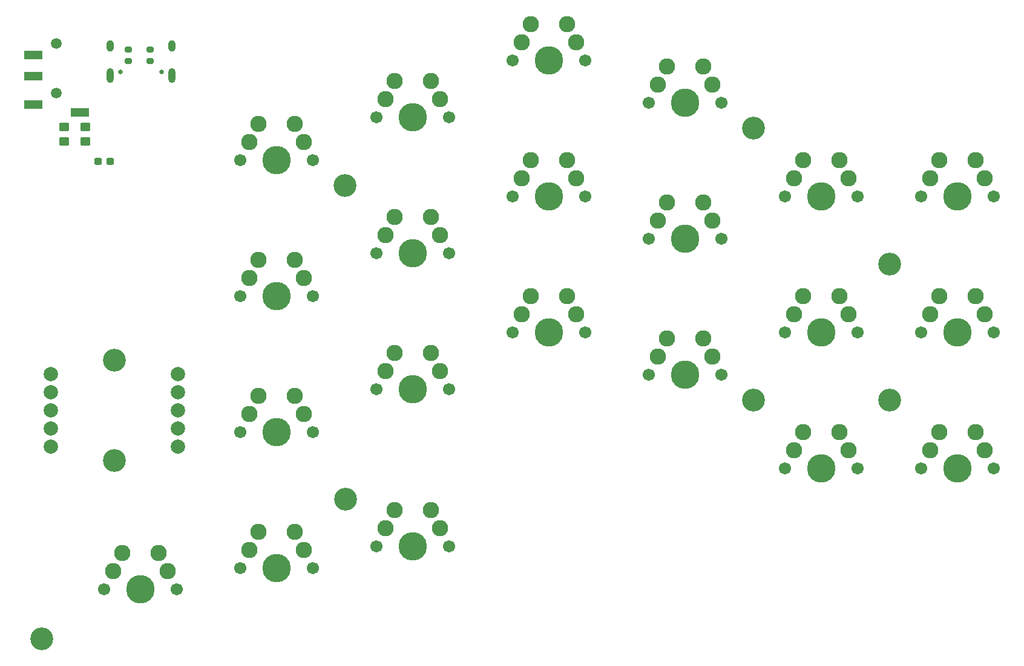
<source format=gbr>
%TF.GenerationSoftware,KiCad,Pcbnew,(6.0.4)*%
%TF.CreationDate,2022-05-02T18:01:09+08:00*%
%TF.ProjectId,RP2040 Board V1.0,52503230-3430-4204-926f-617264205631,rev?*%
%TF.SameCoordinates,Original*%
%TF.FileFunction,Soldermask,Bot*%
%TF.FilePolarity,Negative*%
%FSLAX46Y46*%
G04 Gerber Fmt 4.6, Leading zero omitted, Abs format (unit mm)*
G04 Created by KiCad (PCBNEW (6.0.4)) date 2022-05-02 18:01:09*
%MOMM*%
%LPD*%
G01*
G04 APERTURE LIST*
G04 Aperture macros list*
%AMRoundRect*
0 Rectangle with rounded corners*
0 $1 Rounding radius*
0 $2 $3 $4 $5 $6 $7 $8 $9 X,Y pos of 4 corners*
0 Add a 4 corners polygon primitive as box body*
4,1,4,$2,$3,$4,$5,$6,$7,$8,$9,$2,$3,0*
0 Add four circle primitives for the rounded corners*
1,1,$1+$1,$2,$3*
1,1,$1+$1,$4,$5*
1,1,$1+$1,$6,$7*
1,1,$1+$1,$8,$9*
0 Add four rect primitives between the rounded corners*
20,1,$1+$1,$2,$3,$4,$5,0*
20,1,$1+$1,$4,$5,$6,$7,0*
20,1,$1+$1,$6,$7,$8,$9,0*
20,1,$1+$1,$8,$9,$2,$3,0*%
G04 Aperture macros list end*
%ADD10C,1.701800*%
%ADD11C,3.987800*%
%ADD12C,2.286000*%
%ADD13C,3.200000*%
%ADD14C,2.000000*%
%ADD15C,1.500000*%
%ADD16C,0.650000*%
%ADD17O,1.000000X1.600000*%
%ADD18O,1.000000X2.100000*%
%ADD19RoundRect,0.250000X-0.450000X0.350000X-0.450000X-0.350000X0.450000X-0.350000X0.450000X0.350000X0*%
%ADD20RoundRect,0.237500X0.300000X0.237500X-0.300000X0.237500X-0.300000X-0.237500X0.300000X-0.237500X0*%
%ADD21RoundRect,0.200000X-0.275000X0.200000X-0.275000X-0.200000X0.275000X-0.200000X0.275000X0.200000X0*%
%ADD22R,2.500000X1.200000*%
G04 APERTURE END LIST*
D10*
%TO.C,Sw14*%
X103970000Y-106000000D03*
D11*
X109050000Y-106000000D03*
D10*
X114130000Y-106000000D03*
D12*
X105240000Y-103460000D03*
X106510000Y-100920000D03*
X111590000Y-100920000D03*
X112860000Y-103460000D03*
%TD*%
D10*
%TO.C,Sw7*%
X65870000Y-127050000D03*
X76030000Y-127050000D03*
D11*
X70950000Y-127050000D03*
D12*
X68410000Y-121970000D03*
X67140000Y-124510000D03*
X74760000Y-124510000D03*
X73490000Y-121970000D03*
%TD*%
D11*
%TO.C,Sw3*%
X70950000Y-149100000D03*
D10*
X76030000Y-149100000D03*
X65870000Y-149100000D03*
D12*
X68410000Y-144020000D03*
X67140000Y-146560000D03*
X74760000Y-146560000D03*
X73490000Y-144020000D03*
%TD*%
D11*
%TO.C,Sw6*%
X51900000Y-94950000D03*
D10*
X46820000Y-94950000D03*
X56980000Y-94950000D03*
D12*
X49360000Y-89870000D03*
X48090000Y-92410000D03*
X54440000Y-89870000D03*
X55710000Y-92410000D03*
%TD*%
D11*
%TO.C,Sw12*%
X90000000Y-80950000D03*
D10*
X95080000Y-80950000D03*
X84920000Y-80950000D03*
D12*
X87460000Y-75870000D03*
X86190000Y-78410000D03*
X93810000Y-78410000D03*
X92540000Y-75870000D03*
%TD*%
D10*
%TO.C,Sw17*%
X123020000Y-119050000D03*
X133180000Y-119050000D03*
D11*
X128100000Y-119050000D03*
D12*
X124290000Y-116510000D03*
X125560000Y-113970000D03*
X131910000Y-116510000D03*
X130640000Y-113970000D03*
%TD*%
D10*
%TO.C,Sw8*%
X65870000Y-108000000D03*
X76030000Y-108000000D03*
D11*
X70950000Y-108000000D03*
D12*
X67140000Y-105460000D03*
X68410000Y-102920000D03*
X73490000Y-102920000D03*
X74760000Y-105460000D03*
%TD*%
D13*
%TO.C,*%
X29210000Y-123000000D03*
%TD*%
D11*
%TO.C,Sw9*%
X70950000Y-88950000D03*
D10*
X65870000Y-88950000D03*
X76030000Y-88950000D03*
D12*
X68410000Y-83870000D03*
X67140000Y-86410000D03*
X73490000Y-83870000D03*
X74760000Y-86410000D03*
%TD*%
D11*
%TO.C,Sw20*%
X147150000Y-119050000D03*
D10*
X142070000Y-119050000D03*
X152230000Y-119050000D03*
D12*
X143340000Y-116510000D03*
X144610000Y-113970000D03*
X150960000Y-116510000D03*
X149690000Y-113970000D03*
%TD*%
D14*
%TO.C,J4*%
X38100000Y-124920000D03*
X38100000Y-127460000D03*
X38100000Y-130000000D03*
X38100000Y-132540000D03*
X38100000Y-135080000D03*
%TD*%
D10*
%TO.C,Sw21*%
X152230000Y-100000000D03*
D11*
X147150000Y-100000000D03*
D10*
X142070000Y-100000000D03*
D12*
X143340000Y-97460000D03*
X144610000Y-94920000D03*
X150960000Y-97460000D03*
X149690000Y-94920000D03*
%TD*%
D13*
%TO.C,*%
X137625000Y-109525000D03*
%TD*%
D11*
%TO.C,Sw11*%
X90000000Y-100000000D03*
D10*
X84920000Y-100000000D03*
X95080000Y-100000000D03*
D12*
X86190000Y-97460000D03*
X87460000Y-94920000D03*
X92540000Y-94920000D03*
X93810000Y-97460000D03*
%TD*%
D13*
%TO.C,*%
X61507800Y-142479400D03*
%TD*%
D10*
%TO.C,Sw2*%
X46820000Y-152100000D03*
X56980000Y-152100000D03*
D11*
X51900000Y-152100000D03*
D12*
X49360000Y-147020000D03*
X48090000Y-149560000D03*
X55710000Y-149560000D03*
X54440000Y-147020000D03*
%TD*%
D11*
%TO.C,Sw1*%
X32850000Y-155100000D03*
D10*
X27770000Y-155100000D03*
X37930000Y-155100000D03*
D12*
X30310000Y-150020000D03*
X29040000Y-152560000D03*
X35390000Y-150020000D03*
X36660000Y-152560000D03*
%TD*%
D13*
%TO.C,REF\u002A\u002A*%
X19000000Y-162000000D03*
%TD*%
D11*
%TO.C,Sw4*%
X51900000Y-133050000D03*
D10*
X46820000Y-133050000D03*
X56980000Y-133050000D03*
D12*
X49360000Y-127970000D03*
X48090000Y-130510000D03*
X54440000Y-127970000D03*
X55710000Y-130510000D03*
%TD*%
D10*
%TO.C,Sw13*%
X103970000Y-125050000D03*
D11*
X109050000Y-125050000D03*
D10*
X114130000Y-125050000D03*
D12*
X106510000Y-119970000D03*
X105240000Y-122510000D03*
X112860000Y-122510000D03*
X111590000Y-119970000D03*
%TD*%
D13*
%TO.C,*%
X29210000Y-137000000D03*
%TD*%
D10*
%TO.C,Sw19*%
X152230000Y-138100000D03*
X142070000Y-138100000D03*
D11*
X147150000Y-138100000D03*
D12*
X143340000Y-135560000D03*
X144610000Y-133020000D03*
X149690000Y-133020000D03*
X150960000Y-135560000D03*
%TD*%
D11*
%TO.C,Sw15*%
X109050000Y-86950000D03*
D10*
X103970000Y-86950000D03*
X114130000Y-86950000D03*
D12*
X105240000Y-84410000D03*
X106510000Y-81870000D03*
X111590000Y-81870000D03*
X112860000Y-84410000D03*
%TD*%
D14*
%TO.C,J5*%
X20320000Y-124920000D03*
X20320000Y-127460000D03*
X20320000Y-130000000D03*
X20320000Y-132540000D03*
X20320000Y-135080000D03*
%TD*%
D13*
%TO.C,*%
X61425000Y-98475000D03*
%TD*%
%TO.C,*%
X137625000Y-128575000D03*
%TD*%
D15*
%TO.C,J2*%
X21100000Y-85600000D03*
X21100000Y-78600000D03*
%TD*%
D10*
%TO.C,Sw10*%
X84920000Y-119050000D03*
D11*
X90000000Y-119050000D03*
D10*
X95080000Y-119050000D03*
D12*
X87460000Y-113970000D03*
X86190000Y-116510000D03*
X92540000Y-113970000D03*
X93810000Y-116510000D03*
%TD*%
D10*
%TO.C,Sw5*%
X56980000Y-114000000D03*
D11*
X51900000Y-114000000D03*
D10*
X46820000Y-114000000D03*
D12*
X48090000Y-111460000D03*
X49360000Y-108920000D03*
X54440000Y-108920000D03*
X55710000Y-111460000D03*
%TD*%
D13*
%TO.C,*%
X118575000Y-128575000D03*
%TD*%
D10*
%TO.C,Sw18*%
X133180000Y-100000000D03*
X123020000Y-100000000D03*
D11*
X128100000Y-100000000D03*
D12*
X124290000Y-97460000D03*
X125560000Y-94920000D03*
X130640000Y-94920000D03*
X131910000Y-97460000D03*
%TD*%
D16*
%TO.C,J1*%
X30035000Y-82590000D03*
X35815000Y-82590000D03*
D17*
X37245000Y-78940000D03*
X28605000Y-78940000D03*
D18*
X28605000Y-83120000D03*
X37245000Y-83120000D03*
%TD*%
D11*
%TO.C,Sw16*%
X128100000Y-138100000D03*
D10*
X133180000Y-138100000D03*
X123020000Y-138100000D03*
D12*
X124290000Y-135560000D03*
X125560000Y-133020000D03*
X131910000Y-135560000D03*
X130640000Y-133020000D03*
%TD*%
D13*
%TO.C,*%
X118590000Y-90475000D03*
%TD*%
D19*
%TO.C,R13*%
X22148800Y-90322400D03*
X22148800Y-92322400D03*
%TD*%
D20*
%TO.C,C7*%
X28612500Y-95150000D03*
X26887500Y-95150000D03*
%TD*%
D19*
%TO.C,R12*%
X25146000Y-90297000D03*
X25146000Y-92297000D03*
%TD*%
D21*
%TO.C,R2*%
X31172989Y-79437989D03*
X31172989Y-81087989D03*
%TD*%
D15*
%TO.C,J3*%
X21100000Y-85600000D03*
X21100000Y-78600000D03*
D22*
X17850000Y-83200000D03*
X17850000Y-80200000D03*
X24350000Y-88300000D03*
X17850000Y-87200000D03*
%TD*%
D21*
%TO.C,R1*%
X34172989Y-79437989D03*
X34172989Y-81087989D03*
%TD*%
M02*

</source>
